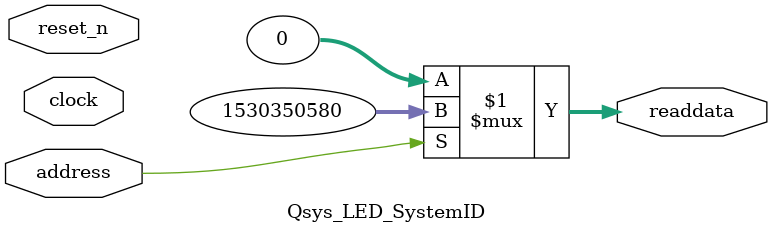
<source format=v>



// synthesis translate_off
`timescale 1ns / 1ps
// synthesis translate_on

// turn off superfluous verilog processor warnings 
// altera message_level Level1 
// altera message_off 10034 10035 10036 10037 10230 10240 10030 

module Qsys_LED_SystemID (
               // inputs:
                address,
                clock,
                reset_n,

               // outputs:
                readdata
             )
;

  output  [ 31: 0] readdata;
  input            address;
  input            clock;
  input            reset_n;

  wire    [ 31: 0] readdata;
  //control_slave, which is an e_avalon_slave
  assign readdata = address ? 1530350580 : 0;

endmodule



</source>
